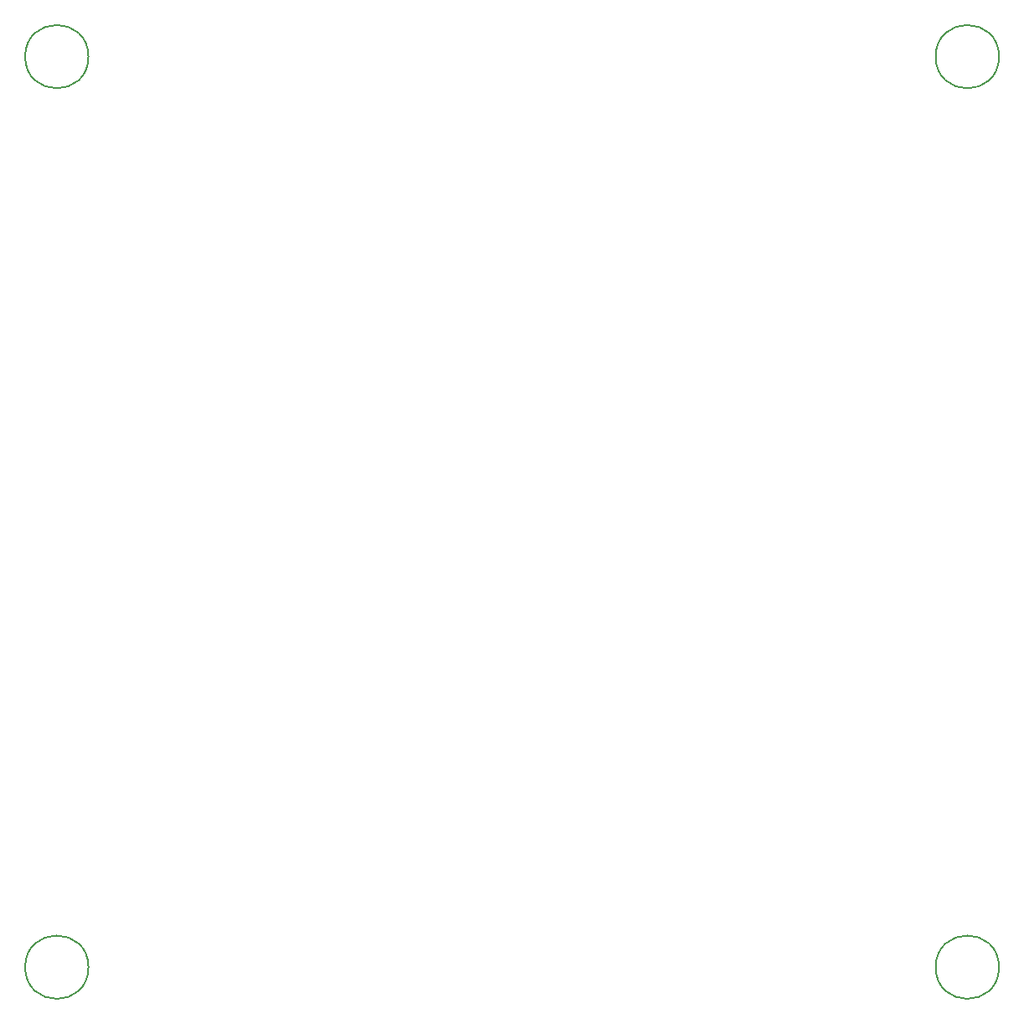
<source format=gbr>
G04 #@! TF.GenerationSoftware,KiCad,Pcbnew,8.0.4*
G04 #@! TF.CreationDate,2024-08-29T22:42:49+03:00*
G04 #@! TF.ProjectId,rioctrl-shiftio,72696f63-7472-46c2-9d73-68696674696f,rev?*
G04 #@! TF.SameCoordinates,Original*
G04 #@! TF.FileFunction,Other,Comment*
%FSLAX46Y46*%
G04 Gerber Fmt 4.6, Leading zero omitted, Abs format (unit mm)*
G04 Created by KiCad (PCBNEW 8.0.4) date 2024-08-29 22:42:49*
%MOMM*%
%LPD*%
G01*
G04 APERTURE LIST*
%ADD10C,0.150000*%
G04 APERTURE END LIST*
D10*
G04 #@! TO.C,H1*
X157200000Y-54000000D02*
G75*
G02*
X150800000Y-54000000I-3200000J0D01*
G01*
X150800000Y-54000000D02*
G75*
G02*
X157200000Y-54000000I3200000J0D01*
G01*
G04 #@! TO.C,H3*
X157200000Y-146000000D02*
G75*
G02*
X150800000Y-146000000I-3200000J0D01*
G01*
X150800000Y-146000000D02*
G75*
G02*
X157200000Y-146000000I3200000J0D01*
G01*
G04 #@! TO.C,H2*
X249200000Y-54000000D02*
G75*
G02*
X242800000Y-54000000I-3200000J0D01*
G01*
X242800000Y-54000000D02*
G75*
G02*
X249200000Y-54000000I3200000J0D01*
G01*
G04 #@! TO.C,H4*
X249200000Y-146000000D02*
G75*
G02*
X242800000Y-146000000I-3200000J0D01*
G01*
X242800000Y-146000000D02*
G75*
G02*
X249200000Y-146000000I3200000J0D01*
G01*
G04 #@! TD*
M02*

</source>
